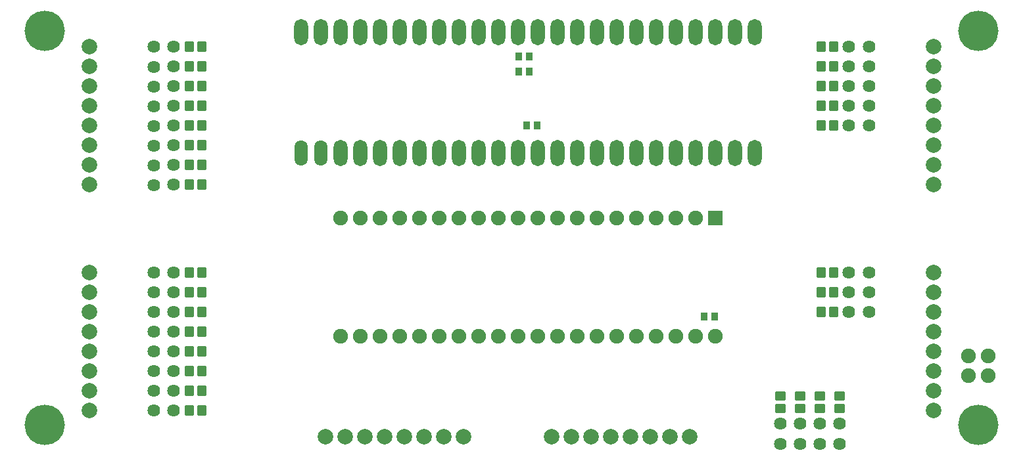
<source format=gbs>
G04 Layer: BottomSolderMaskLayer*
G04 EasyEDA v6.5.34, 2023-09-06 22:51:59*
G04 a86b413e394c4c25ad92b8d6a36629b7,5a6b42c53f6a479593ecc07194224c93,10*
G04 Gerber Generator version 0.2*
G04 Scale: 100 percent, Rotated: No, Reflected: No *
G04 Dimensions in millimeters *
G04 leading zeros omitted , absolute positions ,4 integer and 5 decimal *
%FSLAX45Y45*%
%MOMM*%

%AMMACRO1*1,1,$1,$2,$3*1,1,$1,$4,$5*1,1,$1,0-$2,0-$3*1,1,$1,0-$4,0-$5*20,1,$1,$2,$3,$4,$5,0*20,1,$1,$4,$5,0-$2,0-$3,0*20,1,$1,0-$2,0-$3,0-$4,0-$5,0*20,1,$1,0-$4,0-$5,$2,$3,0*4,1,4,$2,$3,$4,$5,0-$2,0-$3,0-$4,0-$5,$2,$3,0*%
%ADD10MACRO1,0.1016X0.4X0.45X-0.4X0.45*%
%ADD11MACRO1,0.1016X-0.4X-0.45X0.4X-0.45*%
%ADD12MACRO1,0.2032X-0.55X0.5X-0.55X-0.5*%
%ADD13MACRO1,0.2032X0.55X-0.5X0.55X0.5*%
%ADD14MACRO1,0.2032X0.5X0.55X-0.5X0.55*%
%ADD15MACRO1,0.2032X-0.5X-0.55X0.5X-0.55*%
%ADD16C,1.9016*%
%ADD17MACRO1,0.1016X0.9X-0.9X-0.9X-0.9*%
%ADD18O,1.7018X3.302*%
%ADD19O,1.8034X3.4035999999999995*%
%ADD20C,5.2032*%
%ADD21C,2.0016*%
%ADD22C,1.6256*%
%ADD23C,0.0163*%

%LPD*%
D10*
G01*
X6483198Y5130800D03*
G01*
X6623198Y5130800D03*
G01*
X6483198Y4940300D03*
G01*
X6623198Y4940300D03*
D11*
G01*
X6724801Y4241800D03*
G01*
X6584801Y4241800D03*
G01*
X9010801Y1778000D03*
G01*
X8870801Y1778000D03*
D12*
G01*
X9855200Y593092D03*
G01*
X9855200Y753092D03*
G01*
X10109200Y593092D03*
G01*
X10109200Y753092D03*
G01*
X10363200Y593092D03*
G01*
X10363200Y753092D03*
D13*
G01*
X10617200Y753107D03*
G01*
X10617200Y593107D03*
D14*
G01*
X2404088Y3732288D03*
G01*
X2244090Y3732288D03*
G01*
X2404088Y5002288D03*
G01*
X2244090Y5002288D03*
D15*
G01*
X2244101Y5256288D03*
G01*
X2404099Y5256288D03*
D14*
G01*
X2404088Y4748288D03*
G01*
X2244090Y4748288D03*
G01*
X2404088Y4494291D03*
G01*
X2244090Y4494291D03*
G01*
X2404088Y4240291D03*
G01*
X2244090Y4240291D03*
G01*
X2404088Y3986291D03*
G01*
X2244090Y3986291D03*
D15*
G01*
X2244101Y3478291D03*
G01*
X2404099Y3478291D03*
G01*
X2404099Y569600D03*
G01*
X2244101Y569600D03*
D14*
G01*
X2244090Y1077600D03*
G01*
X2404088Y1077600D03*
G01*
X2244090Y1331600D03*
G01*
X2404088Y1331600D03*
G01*
X2244090Y1585600D03*
G01*
X2404088Y1585600D03*
G01*
X2244090Y1839597D03*
G01*
X2404088Y1839597D03*
D15*
G01*
X2404099Y2347597D03*
G01*
X2244101Y2347597D03*
D14*
G01*
X2244090Y2093597D03*
G01*
X2404088Y2093597D03*
G01*
X2244090Y823597D03*
G01*
X2404088Y823597D03*
G01*
X10384772Y5255389D03*
G01*
X10544771Y5255389D03*
D15*
G01*
X10544787Y5001389D03*
G01*
X10384787Y5001389D03*
G01*
X10544787Y4747389D03*
G01*
X10384787Y4747389D03*
G01*
X10544787Y4493389D03*
G01*
X10384787Y4493389D03*
G01*
X10544787Y4239389D03*
G01*
X10384787Y4239389D03*
G01*
X10544787Y1839092D03*
G01*
X10384787Y1839092D03*
G01*
X10544787Y2093092D03*
G01*
X10384787Y2093092D03*
D14*
G01*
X10384772Y2347092D03*
G01*
X10544771Y2347092D03*
D16*
G01*
X9017000Y1524000D03*
G01*
X8763000Y1524000D03*
G01*
X8509000Y1524000D03*
G01*
X8255000Y1524000D03*
G01*
X8001000Y1524000D03*
G01*
X7747000Y1524000D03*
G01*
X7493000Y1524000D03*
G01*
X7239000Y1524000D03*
G01*
X6985000Y1524000D03*
G01*
X6731000Y1524000D03*
G01*
X6477000Y1524000D03*
G01*
X6223000Y1524000D03*
G01*
X5969000Y1524000D03*
G01*
X5715000Y1524000D03*
G01*
X5461000Y1524000D03*
G01*
X5207000Y1524000D03*
G01*
X4953000Y1524000D03*
G01*
X4699000Y1524000D03*
G01*
X4445000Y1524000D03*
G01*
X4191000Y1524000D03*
G01*
X4191000Y3048000D03*
G01*
X4445000Y3048000D03*
G01*
X4699000Y3048000D03*
G01*
X4953000Y3048000D03*
G01*
X5207000Y3048000D03*
G01*
X5461000Y3048000D03*
G01*
X5715000Y3048000D03*
G01*
X5969000Y3048000D03*
G01*
X6223000Y3048000D03*
G01*
X6477000Y3048000D03*
G01*
X6731000Y3048000D03*
G01*
X6985000Y3048000D03*
G01*
X7239000Y3048000D03*
G01*
X7493000Y3048000D03*
G01*
X7747000Y3048000D03*
G01*
X8001000Y3048000D03*
G01*
X8255000Y3048000D03*
G01*
X8509000Y3048000D03*
G01*
X8763000Y3048000D03*
D17*
G01*
X9017000Y3048000D03*
D18*
G01*
X3683000Y3886200D03*
G01*
X3937000Y3886200D03*
D19*
G01*
X4191000Y3886200D03*
G01*
X4445000Y3886200D03*
G01*
X4699000Y3886200D03*
G01*
X4953000Y3886200D03*
G01*
X5207000Y3886200D03*
G01*
X5461000Y3886200D03*
G01*
X5715000Y3886200D03*
G01*
X5969000Y3886200D03*
G01*
X8509000Y3886200D03*
G01*
X8255000Y3886200D03*
G01*
X8001000Y3886200D03*
G01*
X7747000Y3886200D03*
G01*
X7493000Y3886200D03*
G01*
X7239000Y3886200D03*
G01*
X6985000Y3886200D03*
G01*
X6731000Y3886200D03*
G01*
X6477000Y3886200D03*
G01*
X6223000Y3886200D03*
G01*
X8763000Y3886200D03*
G01*
X8763000Y5446191D03*
G01*
X6223000Y5446191D03*
G01*
X6477000Y5446191D03*
G01*
X6731000Y5446191D03*
G01*
X6985000Y5446191D03*
G01*
X7239000Y5446191D03*
G01*
X7493000Y5446191D03*
G01*
X7747000Y5446191D03*
G01*
X8001000Y5446191D03*
G01*
X8255000Y5446191D03*
G01*
X8509000Y5446191D03*
G01*
X5969000Y5446191D03*
G01*
X5715000Y5446191D03*
G01*
X5461000Y5446191D03*
G01*
X5207000Y5446191D03*
G01*
X4953000Y5446191D03*
G01*
X4699000Y5446191D03*
G01*
X4445000Y5446191D03*
G01*
X4191000Y5446191D03*
G01*
X3937000Y5446191D03*
G01*
X3683000Y5446191D03*
G01*
X9017000Y3886200D03*
G01*
X9271000Y3886200D03*
G01*
X9525000Y3886200D03*
G01*
X9017000Y5446191D03*
G01*
X9271000Y5446191D03*
G01*
X9525000Y5446191D03*
D20*
G01*
X381000Y381000D03*
D21*
G01*
X956106Y569620D03*
G01*
X956106Y823620D03*
G01*
X956106Y1077620D03*
G01*
X956106Y1331620D03*
G01*
X956106Y1585620D03*
G01*
X956106Y1839620D03*
G01*
X956106Y2093620D03*
G01*
X956106Y2347620D03*
G01*
X956081Y5255920D03*
G01*
X956081Y5001920D03*
G01*
X956081Y4747920D03*
G01*
X956081Y4493920D03*
G01*
X956081Y4239920D03*
G01*
X956081Y3985920D03*
G01*
X956081Y3731920D03*
G01*
X956081Y3477920D03*
D22*
G01*
X2044700Y2347620D03*
G01*
X2044700Y1585620D03*
G01*
X1790700Y1582826D03*
G01*
X2044700Y1839620D03*
G01*
X1790700Y1836826D03*
G01*
X1790700Y566826D03*
G01*
X2044700Y569620D03*
G01*
X2044700Y1077620D03*
G01*
X1790700Y1074826D03*
G01*
X2044700Y1331620D03*
G01*
X1790700Y1328826D03*
G01*
X1790700Y2090826D03*
G01*
X2044700Y2093620D03*
G01*
X1790700Y820826D03*
G01*
X2044700Y823620D03*
G01*
X1787906Y2347620D03*
G01*
X1787880Y5255920D03*
G01*
X2044674Y3731920D03*
G01*
X1790674Y3729126D03*
G01*
X2044674Y5001920D03*
G01*
X1790674Y4999126D03*
G01*
X1790674Y4237126D03*
G01*
X2044674Y4239920D03*
G01*
X1790674Y3983126D03*
G01*
X2044674Y3985920D03*
G01*
X2044674Y3477920D03*
G01*
X1790674Y3475126D03*
G01*
X1790674Y4745126D03*
G01*
X2044674Y4747920D03*
G01*
X1790674Y4491126D03*
G01*
X2044674Y4493920D03*
G01*
X2044674Y5255920D03*
D20*
G01*
X381000Y5461000D03*
D16*
G01*
X12532106Y1269492D03*
G01*
X12278106Y1269492D03*
G01*
X12278106Y1015492D03*
G01*
X12532106Y1015492D03*
D20*
G01*
X12405106Y380492D03*
G01*
X12405106Y5460492D03*
D21*
G01*
X11830024Y2347087D03*
G01*
X11830024Y2093087D03*
G01*
X11830024Y1839087D03*
G01*
X11830024Y1585087D03*
G01*
X11830024Y1331087D03*
G01*
X11830024Y1077087D03*
G01*
X11830024Y823087D03*
G01*
X11830024Y569087D03*
G01*
X11829999Y3477387D03*
G01*
X11829999Y3731387D03*
G01*
X11829999Y3985387D03*
G01*
X11829999Y4239387D03*
G01*
X11829999Y4493387D03*
G01*
X11829999Y4747387D03*
G01*
X11829999Y5001387D03*
G01*
X11829999Y5255387D03*
D22*
G01*
X10741406Y5255387D03*
G01*
X10998225Y5255387D03*
G01*
X10998225Y5001387D03*
G01*
X10741406Y5001387D03*
G01*
X10741406Y4747387D03*
G01*
X10998225Y4747387D03*
G01*
X10998225Y4493387D03*
G01*
X10741406Y4493387D03*
G01*
X10998225Y4239387D03*
G01*
X10741406Y4239387D03*
G01*
X10998250Y1839087D03*
G01*
X10741431Y1839087D03*
G01*
X10741431Y2093087D03*
G01*
X10998250Y2093087D03*
G01*
X10998250Y2347087D03*
G01*
X10741431Y2347087D03*
D21*
G01*
X5778500Y231698D03*
G01*
X5524500Y231698D03*
G01*
X5270500Y231698D03*
G01*
X5016500Y231698D03*
G01*
X4762500Y231698D03*
G01*
X4508500Y231698D03*
G01*
X4254500Y231698D03*
G01*
X4000500Y231698D03*
G01*
X6908800Y231724D03*
G01*
X7162800Y231724D03*
G01*
X7416800Y231724D03*
G01*
X7670800Y231724D03*
G01*
X7924800Y231724D03*
G01*
X8178800Y231724D03*
G01*
X8432800Y231724D03*
G01*
X8686800Y231724D03*
D22*
G01*
X9855200Y396468D03*
G01*
X9855200Y139649D03*
G01*
X10109200Y139649D03*
G01*
X10109200Y396468D03*
G01*
X10363200Y396468D03*
G01*
X10363200Y139649D03*
G01*
X10617200Y139649D03*
G01*
X10617200Y396468D03*
M02*

</source>
